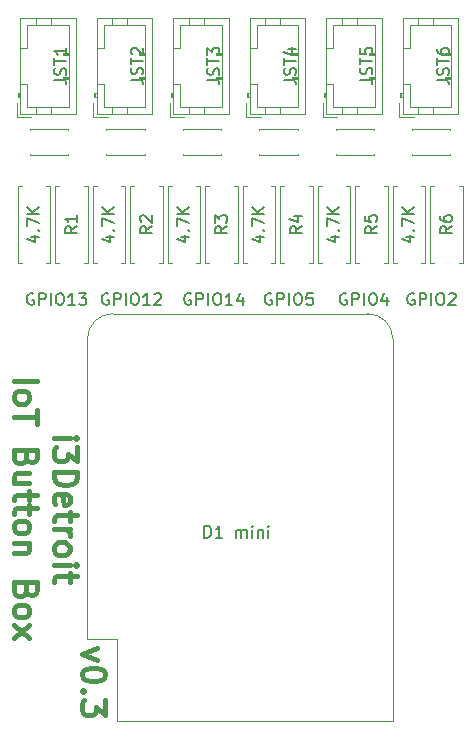
<source format=gbr>
%TF.GenerationSoftware,KiCad,Pcbnew,(5.1.9)-1*%
%TF.CreationDate,2021-04-24T19:22:00-04:00*%
%TF.ProjectId,button_box,62757474-6f6e-45f6-926f-782e6b696361,rev?*%
%TF.SameCoordinates,Original*%
%TF.FileFunction,Legend,Top*%
%TF.FilePolarity,Positive*%
%FSLAX46Y46*%
G04 Gerber Fmt 4.6, Leading zero omitted, Abs format (unit mm)*
G04 Created by KiCad (PCBNEW (5.1.9)-1) date 2021-04-24 19:22:00*
%MOMM*%
%LPD*%
G01*
G04 APERTURE LIST*
%ADD10C,0.400000*%
%ADD11C,0.150000*%
%ADD12C,0.120000*%
G04 APERTURE END LIST*
D10*
X112061571Y-128602857D02*
X110728238Y-129079047D01*
X112061571Y-129555238D01*
X112728238Y-130698095D02*
X112728238Y-130888571D01*
X112633000Y-131079047D01*
X112537761Y-131174285D01*
X112347285Y-131269523D01*
X111966333Y-131364761D01*
X111490142Y-131364761D01*
X111109190Y-131269523D01*
X110918714Y-131174285D01*
X110823476Y-131079047D01*
X110728238Y-130888571D01*
X110728238Y-130698095D01*
X110823476Y-130507619D01*
X110918714Y-130412380D01*
X111109190Y-130317142D01*
X111490142Y-130221904D01*
X111966333Y-130221904D01*
X112347285Y-130317142D01*
X112537761Y-130412380D01*
X112633000Y-130507619D01*
X112728238Y-130698095D01*
X110918714Y-132221904D02*
X110823476Y-132317142D01*
X110728238Y-132221904D01*
X110823476Y-132126666D01*
X110918714Y-132221904D01*
X110728238Y-132221904D01*
X112728238Y-132983809D02*
X112728238Y-134221904D01*
X111966333Y-133555238D01*
X111966333Y-133840952D01*
X111871095Y-134031428D01*
X111775857Y-134126666D01*
X111585380Y-134221904D01*
X111109190Y-134221904D01*
X110918714Y-134126666D01*
X110823476Y-134031428D01*
X110728238Y-133840952D01*
X110728238Y-133269523D01*
X110823476Y-133079047D01*
X110918714Y-132983809D01*
X108364238Y-110775619D02*
X109697571Y-110775619D01*
X110364238Y-110775619D02*
X110269000Y-110680380D01*
X110173761Y-110775619D01*
X110269000Y-110870857D01*
X110364238Y-110775619D01*
X110173761Y-110775619D01*
X110364238Y-111537523D02*
X110364238Y-112775619D01*
X109602333Y-112108952D01*
X109602333Y-112394666D01*
X109507095Y-112585142D01*
X109411857Y-112680380D01*
X109221380Y-112775619D01*
X108745190Y-112775619D01*
X108554714Y-112680380D01*
X108459476Y-112585142D01*
X108364238Y-112394666D01*
X108364238Y-111823238D01*
X108459476Y-111632761D01*
X108554714Y-111537523D01*
X108364238Y-113632761D02*
X110364238Y-113632761D01*
X110364238Y-114108952D01*
X110269000Y-114394666D01*
X110078523Y-114585142D01*
X109888047Y-114680380D01*
X109507095Y-114775619D01*
X109221380Y-114775619D01*
X108840428Y-114680380D01*
X108649952Y-114585142D01*
X108459476Y-114394666D01*
X108364238Y-114108952D01*
X108364238Y-113632761D01*
X108459476Y-116394666D02*
X108364238Y-116204190D01*
X108364238Y-115823238D01*
X108459476Y-115632761D01*
X108649952Y-115537523D01*
X109411857Y-115537523D01*
X109602333Y-115632761D01*
X109697571Y-115823238D01*
X109697571Y-116204190D01*
X109602333Y-116394666D01*
X109411857Y-116489904D01*
X109221380Y-116489904D01*
X109030904Y-115537523D01*
X109697571Y-117061333D02*
X109697571Y-117823238D01*
X110364238Y-117347047D02*
X108649952Y-117347047D01*
X108459476Y-117442285D01*
X108364238Y-117632761D01*
X108364238Y-117823238D01*
X108364238Y-118489904D02*
X109697571Y-118489904D01*
X109316619Y-118489904D02*
X109507095Y-118585142D01*
X109602333Y-118680380D01*
X109697571Y-118870857D01*
X109697571Y-119061333D01*
X108364238Y-120013714D02*
X108459476Y-119823238D01*
X108554714Y-119728000D01*
X108745190Y-119632761D01*
X109316619Y-119632761D01*
X109507095Y-119728000D01*
X109602333Y-119823238D01*
X109697571Y-120013714D01*
X109697571Y-120299428D01*
X109602333Y-120489904D01*
X109507095Y-120585142D01*
X109316619Y-120680380D01*
X108745190Y-120680380D01*
X108554714Y-120585142D01*
X108459476Y-120489904D01*
X108364238Y-120299428D01*
X108364238Y-120013714D01*
X108364238Y-121537523D02*
X109697571Y-121537523D01*
X110364238Y-121537523D02*
X110269000Y-121442285D01*
X110173761Y-121537523D01*
X110269000Y-121632761D01*
X110364238Y-121537523D01*
X110173761Y-121537523D01*
X109697571Y-122204190D02*
X109697571Y-122966095D01*
X110364238Y-122489904D02*
X108649952Y-122489904D01*
X108459476Y-122585142D01*
X108364238Y-122775619D01*
X108364238Y-122966095D01*
X104964238Y-105966095D02*
X106964238Y-105966095D01*
X104964238Y-107204190D02*
X105059476Y-107013714D01*
X105154714Y-106918476D01*
X105345190Y-106823238D01*
X105916619Y-106823238D01*
X106107095Y-106918476D01*
X106202333Y-107013714D01*
X106297571Y-107204190D01*
X106297571Y-107489904D01*
X106202333Y-107680380D01*
X106107095Y-107775619D01*
X105916619Y-107870857D01*
X105345190Y-107870857D01*
X105154714Y-107775619D01*
X105059476Y-107680380D01*
X104964238Y-107489904D01*
X104964238Y-107204190D01*
X106964238Y-108442285D02*
X106964238Y-109585142D01*
X104964238Y-109013714D02*
X106964238Y-109013714D01*
X106011857Y-112442285D02*
X105916619Y-112728000D01*
X105821380Y-112823238D01*
X105630904Y-112918476D01*
X105345190Y-112918476D01*
X105154714Y-112823238D01*
X105059476Y-112728000D01*
X104964238Y-112537523D01*
X104964238Y-111775619D01*
X106964238Y-111775619D01*
X106964238Y-112442285D01*
X106869000Y-112632761D01*
X106773761Y-112728000D01*
X106583285Y-112823238D01*
X106392809Y-112823238D01*
X106202333Y-112728000D01*
X106107095Y-112632761D01*
X106011857Y-112442285D01*
X106011857Y-111775619D01*
X106297571Y-114632761D02*
X104964238Y-114632761D01*
X106297571Y-113775619D02*
X105249952Y-113775619D01*
X105059476Y-113870857D01*
X104964238Y-114061333D01*
X104964238Y-114347047D01*
X105059476Y-114537523D01*
X105154714Y-114632761D01*
X106297571Y-115299428D02*
X106297571Y-116061333D01*
X106964238Y-115585142D02*
X105249952Y-115585142D01*
X105059476Y-115680380D01*
X104964238Y-115870857D01*
X104964238Y-116061333D01*
X106297571Y-116442285D02*
X106297571Y-117204190D01*
X106964238Y-116728000D02*
X105249952Y-116728000D01*
X105059476Y-116823238D01*
X104964238Y-117013714D01*
X104964238Y-117204190D01*
X104964238Y-118156571D02*
X105059476Y-117966095D01*
X105154714Y-117870857D01*
X105345190Y-117775619D01*
X105916619Y-117775619D01*
X106107095Y-117870857D01*
X106202333Y-117966095D01*
X106297571Y-118156571D01*
X106297571Y-118442285D01*
X106202333Y-118632761D01*
X106107095Y-118728000D01*
X105916619Y-118823238D01*
X105345190Y-118823238D01*
X105154714Y-118728000D01*
X105059476Y-118632761D01*
X104964238Y-118442285D01*
X104964238Y-118156571D01*
X106297571Y-119680380D02*
X104964238Y-119680380D01*
X106107095Y-119680380D02*
X106202333Y-119775619D01*
X106297571Y-119966095D01*
X106297571Y-120251809D01*
X106202333Y-120442285D01*
X106011857Y-120537523D01*
X104964238Y-120537523D01*
X106011857Y-123680380D02*
X105916619Y-123966095D01*
X105821380Y-124061333D01*
X105630904Y-124156571D01*
X105345190Y-124156571D01*
X105154714Y-124061333D01*
X105059476Y-123966095D01*
X104964238Y-123775619D01*
X104964238Y-123013714D01*
X106964238Y-123013714D01*
X106964238Y-123680380D01*
X106869000Y-123870857D01*
X106773761Y-123966095D01*
X106583285Y-124061333D01*
X106392809Y-124061333D01*
X106202333Y-123966095D01*
X106107095Y-123870857D01*
X106011857Y-123680380D01*
X106011857Y-123013714D01*
X104964238Y-125299428D02*
X105059476Y-125108952D01*
X105154714Y-125013714D01*
X105345190Y-124918476D01*
X105916619Y-124918476D01*
X106107095Y-125013714D01*
X106202333Y-125108952D01*
X106297571Y-125299428D01*
X106297571Y-125585142D01*
X106202333Y-125775619D01*
X106107095Y-125870857D01*
X105916619Y-125966095D01*
X105345190Y-125966095D01*
X105154714Y-125870857D01*
X105059476Y-125775619D01*
X104964238Y-125585142D01*
X104964238Y-125299428D01*
X104964238Y-126632761D02*
X106297571Y-127680380D01*
X106297571Y-126632761D02*
X104964238Y-127680380D01*
D11*
X106632619Y-98575000D02*
X106537380Y-98527380D01*
X106394523Y-98527380D01*
X106251666Y-98575000D01*
X106156428Y-98670238D01*
X106108809Y-98765476D01*
X106061190Y-98955952D01*
X106061190Y-99098809D01*
X106108809Y-99289285D01*
X106156428Y-99384523D01*
X106251666Y-99479761D01*
X106394523Y-99527380D01*
X106489761Y-99527380D01*
X106632619Y-99479761D01*
X106680238Y-99432142D01*
X106680238Y-99098809D01*
X106489761Y-99098809D01*
X107108809Y-99527380D02*
X107108809Y-98527380D01*
X107489761Y-98527380D01*
X107585000Y-98575000D01*
X107632619Y-98622619D01*
X107680238Y-98717857D01*
X107680238Y-98860714D01*
X107632619Y-98955952D01*
X107585000Y-99003571D01*
X107489761Y-99051190D01*
X107108809Y-99051190D01*
X108108809Y-99527380D02*
X108108809Y-98527380D01*
X108775476Y-98527380D02*
X108965952Y-98527380D01*
X109061190Y-98575000D01*
X109156428Y-98670238D01*
X109204047Y-98860714D01*
X109204047Y-99194047D01*
X109156428Y-99384523D01*
X109061190Y-99479761D01*
X108965952Y-99527380D01*
X108775476Y-99527380D01*
X108680238Y-99479761D01*
X108585000Y-99384523D01*
X108537380Y-99194047D01*
X108537380Y-98860714D01*
X108585000Y-98670238D01*
X108680238Y-98575000D01*
X108775476Y-98527380D01*
X110156428Y-99527380D02*
X109585000Y-99527380D01*
X109870714Y-99527380D02*
X109870714Y-98527380D01*
X109775476Y-98670238D01*
X109680238Y-98765476D01*
X109585000Y-98813095D01*
X110489761Y-98527380D02*
X111108809Y-98527380D01*
X110775476Y-98908333D01*
X110918333Y-98908333D01*
X111013571Y-98955952D01*
X111061190Y-99003571D01*
X111108809Y-99098809D01*
X111108809Y-99336904D01*
X111061190Y-99432142D01*
X111013571Y-99479761D01*
X110918333Y-99527380D01*
X110632619Y-99527380D01*
X110537380Y-99479761D01*
X110489761Y-99432142D01*
X112982619Y-98575000D02*
X112887380Y-98527380D01*
X112744523Y-98527380D01*
X112601666Y-98575000D01*
X112506428Y-98670238D01*
X112458809Y-98765476D01*
X112411190Y-98955952D01*
X112411190Y-99098809D01*
X112458809Y-99289285D01*
X112506428Y-99384523D01*
X112601666Y-99479761D01*
X112744523Y-99527380D01*
X112839761Y-99527380D01*
X112982619Y-99479761D01*
X113030238Y-99432142D01*
X113030238Y-99098809D01*
X112839761Y-99098809D01*
X113458809Y-99527380D02*
X113458809Y-98527380D01*
X113839761Y-98527380D01*
X113935000Y-98575000D01*
X113982619Y-98622619D01*
X114030238Y-98717857D01*
X114030238Y-98860714D01*
X113982619Y-98955952D01*
X113935000Y-99003571D01*
X113839761Y-99051190D01*
X113458809Y-99051190D01*
X114458809Y-99527380D02*
X114458809Y-98527380D01*
X115125476Y-98527380D02*
X115315952Y-98527380D01*
X115411190Y-98575000D01*
X115506428Y-98670238D01*
X115554047Y-98860714D01*
X115554047Y-99194047D01*
X115506428Y-99384523D01*
X115411190Y-99479761D01*
X115315952Y-99527380D01*
X115125476Y-99527380D01*
X115030238Y-99479761D01*
X114935000Y-99384523D01*
X114887380Y-99194047D01*
X114887380Y-98860714D01*
X114935000Y-98670238D01*
X115030238Y-98575000D01*
X115125476Y-98527380D01*
X116506428Y-99527380D02*
X115935000Y-99527380D01*
X116220714Y-99527380D02*
X116220714Y-98527380D01*
X116125476Y-98670238D01*
X116030238Y-98765476D01*
X115935000Y-98813095D01*
X116887380Y-98622619D02*
X116935000Y-98575000D01*
X117030238Y-98527380D01*
X117268333Y-98527380D01*
X117363571Y-98575000D01*
X117411190Y-98622619D01*
X117458809Y-98717857D01*
X117458809Y-98813095D01*
X117411190Y-98955952D01*
X116839761Y-99527380D01*
X117458809Y-99527380D01*
X119967619Y-98575000D02*
X119872380Y-98527380D01*
X119729523Y-98527380D01*
X119586666Y-98575000D01*
X119491428Y-98670238D01*
X119443809Y-98765476D01*
X119396190Y-98955952D01*
X119396190Y-99098809D01*
X119443809Y-99289285D01*
X119491428Y-99384523D01*
X119586666Y-99479761D01*
X119729523Y-99527380D01*
X119824761Y-99527380D01*
X119967619Y-99479761D01*
X120015238Y-99432142D01*
X120015238Y-99098809D01*
X119824761Y-99098809D01*
X120443809Y-99527380D02*
X120443809Y-98527380D01*
X120824761Y-98527380D01*
X120920000Y-98575000D01*
X120967619Y-98622619D01*
X121015238Y-98717857D01*
X121015238Y-98860714D01*
X120967619Y-98955952D01*
X120920000Y-99003571D01*
X120824761Y-99051190D01*
X120443809Y-99051190D01*
X121443809Y-99527380D02*
X121443809Y-98527380D01*
X122110476Y-98527380D02*
X122300952Y-98527380D01*
X122396190Y-98575000D01*
X122491428Y-98670238D01*
X122539047Y-98860714D01*
X122539047Y-99194047D01*
X122491428Y-99384523D01*
X122396190Y-99479761D01*
X122300952Y-99527380D01*
X122110476Y-99527380D01*
X122015238Y-99479761D01*
X121920000Y-99384523D01*
X121872380Y-99194047D01*
X121872380Y-98860714D01*
X121920000Y-98670238D01*
X122015238Y-98575000D01*
X122110476Y-98527380D01*
X123491428Y-99527380D02*
X122920000Y-99527380D01*
X123205714Y-99527380D02*
X123205714Y-98527380D01*
X123110476Y-98670238D01*
X123015238Y-98765476D01*
X122920000Y-98813095D01*
X124348571Y-98860714D02*
X124348571Y-99527380D01*
X124110476Y-98479761D02*
X123872380Y-99194047D01*
X124491428Y-99194047D01*
X126793809Y-98575000D02*
X126698571Y-98527380D01*
X126555714Y-98527380D01*
X126412857Y-98575000D01*
X126317619Y-98670238D01*
X126270000Y-98765476D01*
X126222380Y-98955952D01*
X126222380Y-99098809D01*
X126270000Y-99289285D01*
X126317619Y-99384523D01*
X126412857Y-99479761D01*
X126555714Y-99527380D01*
X126650952Y-99527380D01*
X126793809Y-99479761D01*
X126841428Y-99432142D01*
X126841428Y-99098809D01*
X126650952Y-99098809D01*
X127270000Y-99527380D02*
X127270000Y-98527380D01*
X127650952Y-98527380D01*
X127746190Y-98575000D01*
X127793809Y-98622619D01*
X127841428Y-98717857D01*
X127841428Y-98860714D01*
X127793809Y-98955952D01*
X127746190Y-99003571D01*
X127650952Y-99051190D01*
X127270000Y-99051190D01*
X128270000Y-99527380D02*
X128270000Y-98527380D01*
X128936666Y-98527380D02*
X129127142Y-98527380D01*
X129222380Y-98575000D01*
X129317619Y-98670238D01*
X129365238Y-98860714D01*
X129365238Y-99194047D01*
X129317619Y-99384523D01*
X129222380Y-99479761D01*
X129127142Y-99527380D01*
X128936666Y-99527380D01*
X128841428Y-99479761D01*
X128746190Y-99384523D01*
X128698571Y-99194047D01*
X128698571Y-98860714D01*
X128746190Y-98670238D01*
X128841428Y-98575000D01*
X128936666Y-98527380D01*
X130270000Y-98527380D02*
X129793809Y-98527380D01*
X129746190Y-99003571D01*
X129793809Y-98955952D01*
X129889047Y-98908333D01*
X130127142Y-98908333D01*
X130222380Y-98955952D01*
X130270000Y-99003571D01*
X130317619Y-99098809D01*
X130317619Y-99336904D01*
X130270000Y-99432142D01*
X130222380Y-99479761D01*
X130127142Y-99527380D01*
X129889047Y-99527380D01*
X129793809Y-99479761D01*
X129746190Y-99432142D01*
X133143809Y-98575000D02*
X133048571Y-98527380D01*
X132905714Y-98527380D01*
X132762857Y-98575000D01*
X132667619Y-98670238D01*
X132620000Y-98765476D01*
X132572380Y-98955952D01*
X132572380Y-99098809D01*
X132620000Y-99289285D01*
X132667619Y-99384523D01*
X132762857Y-99479761D01*
X132905714Y-99527380D01*
X133000952Y-99527380D01*
X133143809Y-99479761D01*
X133191428Y-99432142D01*
X133191428Y-99098809D01*
X133000952Y-99098809D01*
X133620000Y-99527380D02*
X133620000Y-98527380D01*
X134000952Y-98527380D01*
X134096190Y-98575000D01*
X134143809Y-98622619D01*
X134191428Y-98717857D01*
X134191428Y-98860714D01*
X134143809Y-98955952D01*
X134096190Y-99003571D01*
X134000952Y-99051190D01*
X133620000Y-99051190D01*
X134620000Y-99527380D02*
X134620000Y-98527380D01*
X135286666Y-98527380D02*
X135477142Y-98527380D01*
X135572380Y-98575000D01*
X135667619Y-98670238D01*
X135715238Y-98860714D01*
X135715238Y-99194047D01*
X135667619Y-99384523D01*
X135572380Y-99479761D01*
X135477142Y-99527380D01*
X135286666Y-99527380D01*
X135191428Y-99479761D01*
X135096190Y-99384523D01*
X135048571Y-99194047D01*
X135048571Y-98860714D01*
X135096190Y-98670238D01*
X135191428Y-98575000D01*
X135286666Y-98527380D01*
X136572380Y-98860714D02*
X136572380Y-99527380D01*
X136334285Y-98479761D02*
X136096190Y-99194047D01*
X136715238Y-99194047D01*
X138858809Y-98575000D02*
X138763571Y-98527380D01*
X138620714Y-98527380D01*
X138477857Y-98575000D01*
X138382619Y-98670238D01*
X138335000Y-98765476D01*
X138287380Y-98955952D01*
X138287380Y-99098809D01*
X138335000Y-99289285D01*
X138382619Y-99384523D01*
X138477857Y-99479761D01*
X138620714Y-99527380D01*
X138715952Y-99527380D01*
X138858809Y-99479761D01*
X138906428Y-99432142D01*
X138906428Y-99098809D01*
X138715952Y-99098809D01*
X139335000Y-99527380D02*
X139335000Y-98527380D01*
X139715952Y-98527380D01*
X139811190Y-98575000D01*
X139858809Y-98622619D01*
X139906428Y-98717857D01*
X139906428Y-98860714D01*
X139858809Y-98955952D01*
X139811190Y-99003571D01*
X139715952Y-99051190D01*
X139335000Y-99051190D01*
X140335000Y-99527380D02*
X140335000Y-98527380D01*
X141001666Y-98527380D02*
X141192142Y-98527380D01*
X141287380Y-98575000D01*
X141382619Y-98670238D01*
X141430238Y-98860714D01*
X141430238Y-99194047D01*
X141382619Y-99384523D01*
X141287380Y-99479761D01*
X141192142Y-99527380D01*
X141001666Y-99527380D01*
X140906428Y-99479761D01*
X140811190Y-99384523D01*
X140763571Y-99194047D01*
X140763571Y-98860714D01*
X140811190Y-98670238D01*
X140906428Y-98575000D01*
X141001666Y-98527380D01*
X141811190Y-98622619D02*
X141858809Y-98575000D01*
X141954047Y-98527380D01*
X142192142Y-98527380D01*
X142287380Y-98575000D01*
X142335000Y-98622619D01*
X142382619Y-98717857D01*
X142382619Y-98813095D01*
X142335000Y-98955952D01*
X141763571Y-99527380D01*
X142382619Y-99527380D01*
X121110714Y-119212380D02*
X121110714Y-118212380D01*
X121348809Y-118212380D01*
X121491666Y-118260000D01*
X121586904Y-118355238D01*
X121634523Y-118450476D01*
X121682142Y-118640952D01*
X121682142Y-118783809D01*
X121634523Y-118974285D01*
X121586904Y-119069523D01*
X121491666Y-119164761D01*
X121348809Y-119212380D01*
X121110714Y-119212380D01*
X122634523Y-119212380D02*
X122063095Y-119212380D01*
X122348809Y-119212380D02*
X122348809Y-118212380D01*
X122253571Y-118355238D01*
X122158333Y-118450476D01*
X122063095Y-118498095D01*
X123825000Y-119212380D02*
X123825000Y-118545714D01*
X123825000Y-118640952D02*
X123872619Y-118593333D01*
X123967857Y-118545714D01*
X124110714Y-118545714D01*
X124205952Y-118593333D01*
X124253571Y-118688571D01*
X124253571Y-119212380D01*
X124253571Y-118688571D02*
X124301190Y-118593333D01*
X124396428Y-118545714D01*
X124539285Y-118545714D01*
X124634523Y-118593333D01*
X124682142Y-118688571D01*
X124682142Y-119212380D01*
X125158333Y-119212380D02*
X125158333Y-118545714D01*
X125158333Y-118212380D02*
X125110714Y-118260000D01*
X125158333Y-118307619D01*
X125205952Y-118260000D01*
X125158333Y-118212380D01*
X125158333Y-118307619D01*
X125634523Y-118545714D02*
X125634523Y-119212380D01*
X125634523Y-118640952D02*
X125682142Y-118593333D01*
X125777380Y-118545714D01*
X125920238Y-118545714D01*
X126015476Y-118593333D01*
X126063095Y-118688571D01*
X126063095Y-119212380D01*
X126539285Y-119212380D02*
X126539285Y-118545714D01*
X126539285Y-118212380D02*
X126491666Y-118260000D01*
X126539285Y-118307619D01*
X126586904Y-118260000D01*
X126539285Y-118212380D01*
X126539285Y-118307619D01*
D12*
%TO.C,U1*%
X113750000Y-134720000D02*
X137070000Y-134720000D01*
X111210000Y-127820000D02*
X111210000Y-102390000D01*
X137070000Y-134720000D02*
X137070000Y-102390000D01*
X134950000Y-100260000D02*
X113340000Y-100260000D01*
X111210000Y-127820000D02*
X113750000Y-127820000D01*
X113750000Y-127820000D02*
X113750000Y-134720000D01*
X111210000Y-102390000D02*
G75*
G02*
X113340000Y-100260000I2130000J0D01*
G01*
X134940000Y-100260000D02*
G75*
G02*
X137070000Y-102390000I0J-2130000D01*
G01*
%TO.C,R3*%
X123925000Y-89440000D02*
X123595000Y-89440000D01*
X123925000Y-95980000D02*
X123925000Y-89440000D01*
X123595000Y-95980000D02*
X123925000Y-95980000D01*
X121185000Y-89440000D02*
X121515000Y-89440000D01*
X121185000Y-95980000D02*
X121185000Y-89440000D01*
X121515000Y-95980000D02*
X121185000Y-95980000D01*
%TO.C,C1*%
X106350000Y-84605000D02*
X109590000Y-84605000D01*
X106350000Y-86845000D02*
X109590000Y-86845000D01*
X106350000Y-84605000D02*
X106350000Y-84670000D01*
X106350000Y-86780000D02*
X106350000Y-86845000D01*
X109590000Y-84605000D02*
X109590000Y-84670000D01*
X109590000Y-86780000D02*
X109590000Y-86845000D01*
%TO.C,C2*%
X116059000Y-86780000D02*
X116059000Y-86845000D01*
X116059000Y-84605000D02*
X116059000Y-84670000D01*
X112819000Y-86780000D02*
X112819000Y-86845000D01*
X112819000Y-84605000D02*
X112819000Y-84670000D01*
X112819000Y-86845000D02*
X116059000Y-86845000D01*
X112819000Y-84605000D02*
X116059000Y-84605000D01*
%TO.C,C3*%
X122528000Y-86780000D02*
X122528000Y-86845000D01*
X122528000Y-84605000D02*
X122528000Y-84670000D01*
X119288000Y-86780000D02*
X119288000Y-86845000D01*
X119288000Y-84605000D02*
X119288000Y-84670000D01*
X119288000Y-86845000D02*
X122528000Y-86845000D01*
X119288000Y-84605000D02*
X122528000Y-84605000D01*
%TO.C,C4*%
X125757000Y-84605000D02*
X128997000Y-84605000D01*
X125757000Y-86845000D02*
X128997000Y-86845000D01*
X125757000Y-84605000D02*
X125757000Y-84670000D01*
X125757000Y-86780000D02*
X125757000Y-86845000D01*
X128997000Y-84605000D02*
X128997000Y-84670000D01*
X128997000Y-86780000D02*
X128997000Y-86845000D01*
%TO.C,C5*%
X135466000Y-86780000D02*
X135466000Y-86845000D01*
X135466000Y-84605000D02*
X135466000Y-84670000D01*
X132226000Y-86780000D02*
X132226000Y-86845000D01*
X132226000Y-84605000D02*
X132226000Y-84670000D01*
X132226000Y-86845000D02*
X135466000Y-86845000D01*
X132226000Y-84605000D02*
X135466000Y-84605000D01*
%TO.C,C6*%
X138695000Y-84605000D02*
X141935000Y-84605000D01*
X138695000Y-86845000D02*
X141935000Y-86845000D01*
X138695000Y-84605000D02*
X138695000Y-84670000D01*
X138695000Y-86780000D02*
X138695000Y-86845000D01*
X141935000Y-84605000D02*
X141935000Y-84670000D01*
X141935000Y-86780000D02*
X141935000Y-86845000D01*
%TO.C,JST6*%
X137590000Y-83640000D02*
X138840000Y-83640000D01*
X137590000Y-82390000D02*
X137590000Y-83640000D01*
X142000000Y-78280000D02*
X141500000Y-78280000D01*
X141500000Y-78180000D02*
X142000000Y-78180000D01*
X141500000Y-78380000D02*
X141500000Y-78180000D01*
X142000000Y-78380000D02*
X141500000Y-78380000D01*
X142000000Y-80280000D02*
X141500000Y-80280000D01*
X141500000Y-80180000D02*
X142000000Y-80180000D01*
X141500000Y-80380000D02*
X141500000Y-80180000D01*
X142000000Y-80380000D02*
X141500000Y-80380000D01*
X140500000Y-75220000D02*
X140500000Y-75830000D01*
X139200000Y-75220000D02*
X139200000Y-75830000D01*
X140500000Y-83340000D02*
X140500000Y-82730000D01*
X139200000Y-83340000D02*
X139200000Y-82730000D01*
X138500000Y-77780000D02*
X137890000Y-77780000D01*
X138500000Y-75830000D02*
X138500000Y-77780000D01*
X142000000Y-75830000D02*
X138500000Y-75830000D01*
X142000000Y-82730000D02*
X142000000Y-75830000D01*
X138500000Y-82730000D02*
X142000000Y-82730000D01*
X138500000Y-80780000D02*
X138500000Y-82730000D01*
X137890000Y-80780000D02*
X138500000Y-80780000D01*
X137790000Y-81580000D02*
X137790000Y-81880000D01*
X137690000Y-81880000D02*
X137890000Y-81880000D01*
X137690000Y-81580000D02*
X137690000Y-81880000D01*
X137890000Y-81580000D02*
X137690000Y-81580000D01*
X137890000Y-75220000D02*
X137890000Y-83340000D01*
X142610000Y-75220000D02*
X137890000Y-75220000D01*
X142610000Y-83340000D02*
X142610000Y-75220000D01*
X137890000Y-83340000D02*
X142610000Y-83340000D01*
%TO.C,JST5*%
X131413000Y-83340000D02*
X136133000Y-83340000D01*
X136133000Y-83340000D02*
X136133000Y-75220000D01*
X136133000Y-75220000D02*
X131413000Y-75220000D01*
X131413000Y-75220000D02*
X131413000Y-83340000D01*
X131413000Y-81580000D02*
X131213000Y-81580000D01*
X131213000Y-81580000D02*
X131213000Y-81880000D01*
X131213000Y-81880000D02*
X131413000Y-81880000D01*
X131313000Y-81580000D02*
X131313000Y-81880000D01*
X131413000Y-80780000D02*
X132023000Y-80780000D01*
X132023000Y-80780000D02*
X132023000Y-82730000D01*
X132023000Y-82730000D02*
X135523000Y-82730000D01*
X135523000Y-82730000D02*
X135523000Y-75830000D01*
X135523000Y-75830000D02*
X132023000Y-75830000D01*
X132023000Y-75830000D02*
X132023000Y-77780000D01*
X132023000Y-77780000D02*
X131413000Y-77780000D01*
X132723000Y-83340000D02*
X132723000Y-82730000D01*
X134023000Y-83340000D02*
X134023000Y-82730000D01*
X132723000Y-75220000D02*
X132723000Y-75830000D01*
X134023000Y-75220000D02*
X134023000Y-75830000D01*
X135523000Y-80380000D02*
X135023000Y-80380000D01*
X135023000Y-80380000D02*
X135023000Y-80180000D01*
X135023000Y-80180000D02*
X135523000Y-80180000D01*
X135523000Y-80280000D02*
X135023000Y-80280000D01*
X135523000Y-78380000D02*
X135023000Y-78380000D01*
X135023000Y-78380000D02*
X135023000Y-78180000D01*
X135023000Y-78180000D02*
X135523000Y-78180000D01*
X135523000Y-78280000D02*
X135023000Y-78280000D01*
X131113000Y-82390000D02*
X131113000Y-83640000D01*
X131113000Y-83640000D02*
X132363000Y-83640000D01*
%TO.C,JST4*%
X124636000Y-83640000D02*
X125886000Y-83640000D01*
X124636000Y-82390000D02*
X124636000Y-83640000D01*
X129046000Y-78280000D02*
X128546000Y-78280000D01*
X128546000Y-78180000D02*
X129046000Y-78180000D01*
X128546000Y-78380000D02*
X128546000Y-78180000D01*
X129046000Y-78380000D02*
X128546000Y-78380000D01*
X129046000Y-80280000D02*
X128546000Y-80280000D01*
X128546000Y-80180000D02*
X129046000Y-80180000D01*
X128546000Y-80380000D02*
X128546000Y-80180000D01*
X129046000Y-80380000D02*
X128546000Y-80380000D01*
X127546000Y-75220000D02*
X127546000Y-75830000D01*
X126246000Y-75220000D02*
X126246000Y-75830000D01*
X127546000Y-83340000D02*
X127546000Y-82730000D01*
X126246000Y-83340000D02*
X126246000Y-82730000D01*
X125546000Y-77780000D02*
X124936000Y-77780000D01*
X125546000Y-75830000D02*
X125546000Y-77780000D01*
X129046000Y-75830000D02*
X125546000Y-75830000D01*
X129046000Y-82730000D02*
X129046000Y-75830000D01*
X125546000Y-82730000D02*
X129046000Y-82730000D01*
X125546000Y-80780000D02*
X125546000Y-82730000D01*
X124936000Y-80780000D02*
X125546000Y-80780000D01*
X124836000Y-81580000D02*
X124836000Y-81880000D01*
X124736000Y-81880000D02*
X124936000Y-81880000D01*
X124736000Y-81580000D02*
X124736000Y-81880000D01*
X124936000Y-81580000D02*
X124736000Y-81580000D01*
X124936000Y-75220000D02*
X124936000Y-83340000D01*
X129656000Y-75220000D02*
X124936000Y-75220000D01*
X129656000Y-83340000D02*
X129656000Y-75220000D01*
X124936000Y-83340000D02*
X129656000Y-83340000D01*
%TO.C,JST3*%
X118459000Y-83340000D02*
X123179000Y-83340000D01*
X123179000Y-83340000D02*
X123179000Y-75220000D01*
X123179000Y-75220000D02*
X118459000Y-75220000D01*
X118459000Y-75220000D02*
X118459000Y-83340000D01*
X118459000Y-81580000D02*
X118259000Y-81580000D01*
X118259000Y-81580000D02*
X118259000Y-81880000D01*
X118259000Y-81880000D02*
X118459000Y-81880000D01*
X118359000Y-81580000D02*
X118359000Y-81880000D01*
X118459000Y-80780000D02*
X119069000Y-80780000D01*
X119069000Y-80780000D02*
X119069000Y-82730000D01*
X119069000Y-82730000D02*
X122569000Y-82730000D01*
X122569000Y-82730000D02*
X122569000Y-75830000D01*
X122569000Y-75830000D02*
X119069000Y-75830000D01*
X119069000Y-75830000D02*
X119069000Y-77780000D01*
X119069000Y-77780000D02*
X118459000Y-77780000D01*
X119769000Y-83340000D02*
X119769000Y-82730000D01*
X121069000Y-83340000D02*
X121069000Y-82730000D01*
X119769000Y-75220000D02*
X119769000Y-75830000D01*
X121069000Y-75220000D02*
X121069000Y-75830000D01*
X122569000Y-80380000D02*
X122069000Y-80380000D01*
X122069000Y-80380000D02*
X122069000Y-80180000D01*
X122069000Y-80180000D02*
X122569000Y-80180000D01*
X122569000Y-80280000D02*
X122069000Y-80280000D01*
X122569000Y-78380000D02*
X122069000Y-78380000D01*
X122069000Y-78380000D02*
X122069000Y-78180000D01*
X122069000Y-78180000D02*
X122569000Y-78180000D01*
X122569000Y-78280000D02*
X122069000Y-78280000D01*
X118159000Y-82390000D02*
X118159000Y-83640000D01*
X118159000Y-83640000D02*
X119409000Y-83640000D01*
%TO.C,JST2*%
X111682000Y-83640000D02*
X112932000Y-83640000D01*
X111682000Y-82390000D02*
X111682000Y-83640000D01*
X116092000Y-78280000D02*
X115592000Y-78280000D01*
X115592000Y-78180000D02*
X116092000Y-78180000D01*
X115592000Y-78380000D02*
X115592000Y-78180000D01*
X116092000Y-78380000D02*
X115592000Y-78380000D01*
X116092000Y-80280000D02*
X115592000Y-80280000D01*
X115592000Y-80180000D02*
X116092000Y-80180000D01*
X115592000Y-80380000D02*
X115592000Y-80180000D01*
X116092000Y-80380000D02*
X115592000Y-80380000D01*
X114592000Y-75220000D02*
X114592000Y-75830000D01*
X113292000Y-75220000D02*
X113292000Y-75830000D01*
X114592000Y-83340000D02*
X114592000Y-82730000D01*
X113292000Y-83340000D02*
X113292000Y-82730000D01*
X112592000Y-77780000D02*
X111982000Y-77780000D01*
X112592000Y-75830000D02*
X112592000Y-77780000D01*
X116092000Y-75830000D02*
X112592000Y-75830000D01*
X116092000Y-82730000D02*
X116092000Y-75830000D01*
X112592000Y-82730000D02*
X116092000Y-82730000D01*
X112592000Y-80780000D02*
X112592000Y-82730000D01*
X111982000Y-80780000D02*
X112592000Y-80780000D01*
X111882000Y-81580000D02*
X111882000Y-81880000D01*
X111782000Y-81880000D02*
X111982000Y-81880000D01*
X111782000Y-81580000D02*
X111782000Y-81880000D01*
X111982000Y-81580000D02*
X111782000Y-81580000D01*
X111982000Y-75220000D02*
X111982000Y-83340000D01*
X116702000Y-75220000D02*
X111982000Y-75220000D01*
X116702000Y-83340000D02*
X116702000Y-75220000D01*
X111982000Y-83340000D02*
X116702000Y-83340000D01*
%TO.C,JST1*%
X105205000Y-83640000D02*
X106455000Y-83640000D01*
X105205000Y-82390000D02*
X105205000Y-83640000D01*
X109615000Y-78280000D02*
X109115000Y-78280000D01*
X109115000Y-78180000D02*
X109615000Y-78180000D01*
X109115000Y-78380000D02*
X109115000Y-78180000D01*
X109615000Y-78380000D02*
X109115000Y-78380000D01*
X109615000Y-80280000D02*
X109115000Y-80280000D01*
X109115000Y-80180000D02*
X109615000Y-80180000D01*
X109115000Y-80380000D02*
X109115000Y-80180000D01*
X109615000Y-80380000D02*
X109115000Y-80380000D01*
X108115000Y-75220000D02*
X108115000Y-75830000D01*
X106815000Y-75220000D02*
X106815000Y-75830000D01*
X108115000Y-83340000D02*
X108115000Y-82730000D01*
X106815000Y-83340000D02*
X106815000Y-82730000D01*
X106115000Y-77780000D02*
X105505000Y-77780000D01*
X106115000Y-75830000D02*
X106115000Y-77780000D01*
X109615000Y-75830000D02*
X106115000Y-75830000D01*
X109615000Y-82730000D02*
X109615000Y-75830000D01*
X106115000Y-82730000D02*
X109615000Y-82730000D01*
X106115000Y-80780000D02*
X106115000Y-82730000D01*
X105505000Y-80780000D02*
X106115000Y-80780000D01*
X105405000Y-81580000D02*
X105405000Y-81880000D01*
X105305000Y-81880000D02*
X105505000Y-81880000D01*
X105305000Y-81580000D02*
X105305000Y-81880000D01*
X105505000Y-81580000D02*
X105305000Y-81580000D01*
X105505000Y-75220000D02*
X105505000Y-83340000D01*
X110225000Y-75220000D02*
X105505000Y-75220000D01*
X110225000Y-83340000D02*
X110225000Y-75220000D01*
X105505000Y-83340000D02*
X110225000Y-83340000D01*
%TO.C,R1*%
X111225000Y-89440000D02*
X110895000Y-89440000D01*
X111225000Y-95980000D02*
X111225000Y-89440000D01*
X110895000Y-95980000D02*
X111225000Y-95980000D01*
X108485000Y-89440000D02*
X108815000Y-89440000D01*
X108485000Y-95980000D02*
X108485000Y-89440000D01*
X108815000Y-95980000D02*
X108485000Y-95980000D01*
%TO.C,R2*%
X115165000Y-95980000D02*
X114835000Y-95980000D01*
X114835000Y-95980000D02*
X114835000Y-89440000D01*
X114835000Y-89440000D02*
X115165000Y-89440000D01*
X117245000Y-95980000D02*
X117575000Y-95980000D01*
X117575000Y-95980000D02*
X117575000Y-89440000D01*
X117575000Y-89440000D02*
X117245000Y-89440000D01*
%TO.C,R4*%
X127865000Y-95980000D02*
X127535000Y-95980000D01*
X127535000Y-95980000D02*
X127535000Y-89440000D01*
X127535000Y-89440000D02*
X127865000Y-89440000D01*
X129945000Y-95980000D02*
X130275000Y-95980000D01*
X130275000Y-95980000D02*
X130275000Y-89440000D01*
X130275000Y-89440000D02*
X129945000Y-89440000D01*
%TO.C,R5*%
X136625000Y-89440000D02*
X136295000Y-89440000D01*
X136625000Y-95980000D02*
X136625000Y-89440000D01*
X136295000Y-95980000D02*
X136625000Y-95980000D01*
X133885000Y-89440000D02*
X134215000Y-89440000D01*
X133885000Y-95980000D02*
X133885000Y-89440000D01*
X134215000Y-95980000D02*
X133885000Y-95980000D01*
%TO.C,R6*%
X140565000Y-95980000D02*
X140235000Y-95980000D01*
X140235000Y-95980000D02*
X140235000Y-89440000D01*
X140235000Y-89440000D02*
X140565000Y-89440000D01*
X142645000Y-95980000D02*
X142975000Y-95980000D01*
X142975000Y-95980000D02*
X142975000Y-89440000D01*
X142975000Y-89440000D02*
X142645000Y-89440000D01*
%TO.C,4.7K*%
X105310000Y-95980000D02*
X105640000Y-95980000D01*
X105310000Y-89440000D02*
X105310000Y-95980000D01*
X105640000Y-89440000D02*
X105310000Y-89440000D01*
X108050000Y-95980000D02*
X107720000Y-95980000D01*
X108050000Y-89440000D02*
X108050000Y-95980000D01*
X107720000Y-89440000D02*
X108050000Y-89440000D01*
X114070000Y-89440000D02*
X114400000Y-89440000D01*
X114400000Y-89440000D02*
X114400000Y-95980000D01*
X114400000Y-95980000D02*
X114070000Y-95980000D01*
X111990000Y-89440000D02*
X111660000Y-89440000D01*
X111660000Y-89440000D02*
X111660000Y-95980000D01*
X111660000Y-95980000D02*
X111990000Y-95980000D01*
X118010000Y-95980000D02*
X118340000Y-95980000D01*
X118010000Y-89440000D02*
X118010000Y-95980000D01*
X118340000Y-89440000D02*
X118010000Y-89440000D01*
X120750000Y-95980000D02*
X120420000Y-95980000D01*
X120750000Y-89440000D02*
X120750000Y-95980000D01*
X120420000Y-89440000D02*
X120750000Y-89440000D01*
X126770000Y-89440000D02*
X127100000Y-89440000D01*
X127100000Y-89440000D02*
X127100000Y-95980000D01*
X127100000Y-95980000D02*
X126770000Y-95980000D01*
X124690000Y-89440000D02*
X124360000Y-89440000D01*
X124360000Y-89440000D02*
X124360000Y-95980000D01*
X124360000Y-95980000D02*
X124690000Y-95980000D01*
X130710000Y-95980000D02*
X131040000Y-95980000D01*
X130710000Y-89440000D02*
X130710000Y-95980000D01*
X131040000Y-89440000D02*
X130710000Y-89440000D01*
X133450000Y-95980000D02*
X133120000Y-95980000D01*
X133450000Y-89440000D02*
X133450000Y-95980000D01*
X133120000Y-89440000D02*
X133450000Y-89440000D01*
X139470000Y-89440000D02*
X139800000Y-89440000D01*
X139800000Y-89440000D02*
X139800000Y-95980000D01*
X139800000Y-95980000D02*
X139470000Y-95980000D01*
X137390000Y-89440000D02*
X137060000Y-89440000D01*
X137060000Y-89440000D02*
X137060000Y-95980000D01*
X137060000Y-95980000D02*
X137390000Y-95980000D01*
%TO.C,R3*%
D11*
X123007380Y-92876666D02*
X122531190Y-93210000D01*
X123007380Y-93448095D02*
X122007380Y-93448095D01*
X122007380Y-93067142D01*
X122055000Y-92971904D01*
X122102619Y-92924285D01*
X122197857Y-92876666D01*
X122340714Y-92876666D01*
X122435952Y-92924285D01*
X122483571Y-92971904D01*
X122531190Y-93067142D01*
X122531190Y-93448095D01*
X122007380Y-92543333D02*
X122007380Y-91924285D01*
X122388333Y-92257619D01*
X122388333Y-92114761D01*
X122435952Y-92019523D01*
X122483571Y-91971904D01*
X122578809Y-91924285D01*
X122816904Y-91924285D01*
X122912142Y-91971904D01*
X122959761Y-92019523D01*
X123007380Y-92114761D01*
X123007380Y-92400476D01*
X122959761Y-92495714D01*
X122912142Y-92543333D01*
%TO.C,JST6*%
X140803380Y-80470476D02*
X141517666Y-80470476D01*
X141660523Y-80518095D01*
X141755761Y-80613333D01*
X141803380Y-80756190D01*
X141803380Y-80851428D01*
X141755761Y-80041904D02*
X141803380Y-79899047D01*
X141803380Y-79660952D01*
X141755761Y-79565714D01*
X141708142Y-79518095D01*
X141612904Y-79470476D01*
X141517666Y-79470476D01*
X141422428Y-79518095D01*
X141374809Y-79565714D01*
X141327190Y-79660952D01*
X141279571Y-79851428D01*
X141231952Y-79946666D01*
X141184333Y-79994285D01*
X141089095Y-80041904D01*
X140993857Y-80041904D01*
X140898619Y-79994285D01*
X140851000Y-79946666D01*
X140803380Y-79851428D01*
X140803380Y-79613333D01*
X140851000Y-79470476D01*
X140803380Y-79184761D02*
X140803380Y-78613333D01*
X141803380Y-78899047D02*
X140803380Y-78899047D01*
X140803380Y-77851428D02*
X140803380Y-78041904D01*
X140851000Y-78137142D01*
X140898619Y-78184761D01*
X141041476Y-78280000D01*
X141231952Y-78327619D01*
X141612904Y-78327619D01*
X141708142Y-78280000D01*
X141755761Y-78232380D01*
X141803380Y-78137142D01*
X141803380Y-77946666D01*
X141755761Y-77851428D01*
X141708142Y-77803809D01*
X141612904Y-77756190D01*
X141374809Y-77756190D01*
X141279571Y-77803809D01*
X141231952Y-77851428D01*
X141184333Y-77946666D01*
X141184333Y-78137142D01*
X141231952Y-78232380D01*
X141279571Y-78280000D01*
X141374809Y-78327619D01*
%TO.C,JST5*%
X134326380Y-80438476D02*
X135040666Y-80438476D01*
X135183523Y-80486095D01*
X135278761Y-80581333D01*
X135326380Y-80724190D01*
X135326380Y-80819428D01*
X135278761Y-80009904D02*
X135326380Y-79867047D01*
X135326380Y-79628952D01*
X135278761Y-79533714D01*
X135231142Y-79486095D01*
X135135904Y-79438476D01*
X135040666Y-79438476D01*
X134945428Y-79486095D01*
X134897809Y-79533714D01*
X134850190Y-79628952D01*
X134802571Y-79819428D01*
X134754952Y-79914666D01*
X134707333Y-79962285D01*
X134612095Y-80009904D01*
X134516857Y-80009904D01*
X134421619Y-79962285D01*
X134374000Y-79914666D01*
X134326380Y-79819428D01*
X134326380Y-79581333D01*
X134374000Y-79438476D01*
X134326380Y-79152761D02*
X134326380Y-78581333D01*
X135326380Y-78867047D02*
X134326380Y-78867047D01*
X134326380Y-77771809D02*
X134326380Y-78248000D01*
X134802571Y-78295619D01*
X134754952Y-78248000D01*
X134707333Y-78152761D01*
X134707333Y-77914666D01*
X134754952Y-77819428D01*
X134802571Y-77771809D01*
X134897809Y-77724190D01*
X135135904Y-77724190D01*
X135231142Y-77771809D01*
X135278761Y-77819428D01*
X135326380Y-77914666D01*
X135326380Y-78152761D01*
X135278761Y-78248000D01*
X135231142Y-78295619D01*
%TO.C,JST4*%
X127849380Y-80470476D02*
X128563666Y-80470476D01*
X128706523Y-80518095D01*
X128801761Y-80613333D01*
X128849380Y-80756190D01*
X128849380Y-80851428D01*
X128801761Y-80041904D02*
X128849380Y-79899047D01*
X128849380Y-79660952D01*
X128801761Y-79565714D01*
X128754142Y-79518095D01*
X128658904Y-79470476D01*
X128563666Y-79470476D01*
X128468428Y-79518095D01*
X128420809Y-79565714D01*
X128373190Y-79660952D01*
X128325571Y-79851428D01*
X128277952Y-79946666D01*
X128230333Y-79994285D01*
X128135095Y-80041904D01*
X128039857Y-80041904D01*
X127944619Y-79994285D01*
X127897000Y-79946666D01*
X127849380Y-79851428D01*
X127849380Y-79613333D01*
X127897000Y-79470476D01*
X127849380Y-79184761D02*
X127849380Y-78613333D01*
X128849380Y-78899047D02*
X127849380Y-78899047D01*
X128182714Y-77851428D02*
X128849380Y-77851428D01*
X127801761Y-78089523D02*
X128516047Y-78327619D01*
X128516047Y-77708571D01*
%TO.C,JST3*%
X121372380Y-80470476D02*
X122086666Y-80470476D01*
X122229523Y-80518095D01*
X122324761Y-80613333D01*
X122372380Y-80756190D01*
X122372380Y-80851428D01*
X122324761Y-80041904D02*
X122372380Y-79899047D01*
X122372380Y-79660952D01*
X122324761Y-79565714D01*
X122277142Y-79518095D01*
X122181904Y-79470476D01*
X122086666Y-79470476D01*
X121991428Y-79518095D01*
X121943809Y-79565714D01*
X121896190Y-79660952D01*
X121848571Y-79851428D01*
X121800952Y-79946666D01*
X121753333Y-79994285D01*
X121658095Y-80041904D01*
X121562857Y-80041904D01*
X121467619Y-79994285D01*
X121420000Y-79946666D01*
X121372380Y-79851428D01*
X121372380Y-79613333D01*
X121420000Y-79470476D01*
X121372380Y-79184761D02*
X121372380Y-78613333D01*
X122372380Y-78899047D02*
X121372380Y-78899047D01*
X121372380Y-78375238D02*
X121372380Y-77756190D01*
X121753333Y-78089523D01*
X121753333Y-77946666D01*
X121800952Y-77851428D01*
X121848571Y-77803809D01*
X121943809Y-77756190D01*
X122181904Y-77756190D01*
X122277142Y-77803809D01*
X122324761Y-77851428D01*
X122372380Y-77946666D01*
X122372380Y-78232380D01*
X122324761Y-78327619D01*
X122277142Y-78375238D01*
%TO.C,JST2*%
X114895380Y-80438476D02*
X115609666Y-80438476D01*
X115752523Y-80486095D01*
X115847761Y-80581333D01*
X115895380Y-80724190D01*
X115895380Y-80819428D01*
X115847761Y-80009904D02*
X115895380Y-79867047D01*
X115895380Y-79628952D01*
X115847761Y-79533714D01*
X115800142Y-79486095D01*
X115704904Y-79438476D01*
X115609666Y-79438476D01*
X115514428Y-79486095D01*
X115466809Y-79533714D01*
X115419190Y-79628952D01*
X115371571Y-79819428D01*
X115323952Y-79914666D01*
X115276333Y-79962285D01*
X115181095Y-80009904D01*
X115085857Y-80009904D01*
X114990619Y-79962285D01*
X114943000Y-79914666D01*
X114895380Y-79819428D01*
X114895380Y-79581333D01*
X114943000Y-79438476D01*
X114895380Y-79152761D02*
X114895380Y-78581333D01*
X115895380Y-78867047D02*
X114895380Y-78867047D01*
X114990619Y-78295619D02*
X114943000Y-78248000D01*
X114895380Y-78152761D01*
X114895380Y-77914666D01*
X114943000Y-77819428D01*
X114990619Y-77771809D01*
X115085857Y-77724190D01*
X115181095Y-77724190D01*
X115323952Y-77771809D01*
X115895380Y-78343238D01*
X115895380Y-77724190D01*
%TO.C,JST1*%
X108418380Y-80470476D02*
X109132666Y-80470476D01*
X109275523Y-80518095D01*
X109370761Y-80613333D01*
X109418380Y-80756190D01*
X109418380Y-80851428D01*
X109370761Y-80041904D02*
X109418380Y-79899047D01*
X109418380Y-79660952D01*
X109370761Y-79565714D01*
X109323142Y-79518095D01*
X109227904Y-79470476D01*
X109132666Y-79470476D01*
X109037428Y-79518095D01*
X108989809Y-79565714D01*
X108942190Y-79660952D01*
X108894571Y-79851428D01*
X108846952Y-79946666D01*
X108799333Y-79994285D01*
X108704095Y-80041904D01*
X108608857Y-80041904D01*
X108513619Y-79994285D01*
X108466000Y-79946666D01*
X108418380Y-79851428D01*
X108418380Y-79613333D01*
X108466000Y-79470476D01*
X108418380Y-79184761D02*
X108418380Y-78613333D01*
X109418380Y-78899047D02*
X108418380Y-78899047D01*
X109418380Y-77756190D02*
X109418380Y-78327619D01*
X109418380Y-78041904D02*
X108418380Y-78041904D01*
X108561238Y-78137142D01*
X108656476Y-78232380D01*
X108704095Y-78327619D01*
%TO.C,R1*%
X110307380Y-92876666D02*
X109831190Y-93210000D01*
X110307380Y-93448095D02*
X109307380Y-93448095D01*
X109307380Y-93067142D01*
X109355000Y-92971904D01*
X109402619Y-92924285D01*
X109497857Y-92876666D01*
X109640714Y-92876666D01*
X109735952Y-92924285D01*
X109783571Y-92971904D01*
X109831190Y-93067142D01*
X109831190Y-93448095D01*
X110307380Y-91924285D02*
X110307380Y-92495714D01*
X110307380Y-92210000D02*
X109307380Y-92210000D01*
X109450238Y-92305238D01*
X109545476Y-92400476D01*
X109593095Y-92495714D01*
%TO.C,R2*%
X116657380Y-92876666D02*
X116181190Y-93210000D01*
X116657380Y-93448095D02*
X115657380Y-93448095D01*
X115657380Y-93067142D01*
X115705000Y-92971904D01*
X115752619Y-92924285D01*
X115847857Y-92876666D01*
X115990714Y-92876666D01*
X116085952Y-92924285D01*
X116133571Y-92971904D01*
X116181190Y-93067142D01*
X116181190Y-93448095D01*
X115752619Y-92495714D02*
X115705000Y-92448095D01*
X115657380Y-92352857D01*
X115657380Y-92114761D01*
X115705000Y-92019523D01*
X115752619Y-91971904D01*
X115847857Y-91924285D01*
X115943095Y-91924285D01*
X116085952Y-91971904D01*
X116657380Y-92543333D01*
X116657380Y-91924285D01*
%TO.C,R4*%
X129357380Y-92876666D02*
X128881190Y-93210000D01*
X129357380Y-93448095D02*
X128357380Y-93448095D01*
X128357380Y-93067142D01*
X128405000Y-92971904D01*
X128452619Y-92924285D01*
X128547857Y-92876666D01*
X128690714Y-92876666D01*
X128785952Y-92924285D01*
X128833571Y-92971904D01*
X128881190Y-93067142D01*
X128881190Y-93448095D01*
X128690714Y-92019523D02*
X129357380Y-92019523D01*
X128309761Y-92257619D02*
X129024047Y-92495714D01*
X129024047Y-91876666D01*
%TO.C,R5*%
X135707380Y-92876666D02*
X135231190Y-93210000D01*
X135707380Y-93448095D02*
X134707380Y-93448095D01*
X134707380Y-93067142D01*
X134755000Y-92971904D01*
X134802619Y-92924285D01*
X134897857Y-92876666D01*
X135040714Y-92876666D01*
X135135952Y-92924285D01*
X135183571Y-92971904D01*
X135231190Y-93067142D01*
X135231190Y-93448095D01*
X134707380Y-91971904D02*
X134707380Y-92448095D01*
X135183571Y-92495714D01*
X135135952Y-92448095D01*
X135088333Y-92352857D01*
X135088333Y-92114761D01*
X135135952Y-92019523D01*
X135183571Y-91971904D01*
X135278809Y-91924285D01*
X135516904Y-91924285D01*
X135612142Y-91971904D01*
X135659761Y-92019523D01*
X135707380Y-92114761D01*
X135707380Y-92352857D01*
X135659761Y-92448095D01*
X135612142Y-92495714D01*
%TO.C,R6*%
X142057380Y-92876666D02*
X141581190Y-93210000D01*
X142057380Y-93448095D02*
X141057380Y-93448095D01*
X141057380Y-93067142D01*
X141105000Y-92971904D01*
X141152619Y-92924285D01*
X141247857Y-92876666D01*
X141390714Y-92876666D01*
X141485952Y-92924285D01*
X141533571Y-92971904D01*
X141581190Y-93067142D01*
X141581190Y-93448095D01*
X141057380Y-92019523D02*
X141057380Y-92210000D01*
X141105000Y-92305238D01*
X141152619Y-92352857D01*
X141295476Y-92448095D01*
X141485952Y-92495714D01*
X141866904Y-92495714D01*
X141962142Y-92448095D01*
X142009761Y-92400476D01*
X142057380Y-92305238D01*
X142057380Y-92114761D01*
X142009761Y-92019523D01*
X141962142Y-91971904D01*
X141866904Y-91924285D01*
X141628809Y-91924285D01*
X141533571Y-91971904D01*
X141485952Y-92019523D01*
X141438333Y-92114761D01*
X141438333Y-92305238D01*
X141485952Y-92400476D01*
X141533571Y-92448095D01*
X141628809Y-92495714D01*
%TO.C,4.7K*%
X106465714Y-93733809D02*
X107132380Y-93733809D01*
X106084761Y-93971904D02*
X106799047Y-94210000D01*
X106799047Y-93590952D01*
X107037142Y-93210000D02*
X107084761Y-93162380D01*
X107132380Y-93210000D01*
X107084761Y-93257619D01*
X107037142Y-93210000D01*
X107132380Y-93210000D01*
X106132380Y-92829047D02*
X106132380Y-92162380D01*
X107132380Y-92590952D01*
X107132380Y-91781428D02*
X106132380Y-91781428D01*
X107132380Y-91210000D02*
X106560952Y-91638571D01*
X106132380Y-91210000D02*
X106703809Y-91781428D01*
X112815714Y-93733809D02*
X113482380Y-93733809D01*
X112434761Y-93971904D02*
X113149047Y-94210000D01*
X113149047Y-93590952D01*
X113387142Y-93210000D02*
X113434761Y-93162380D01*
X113482380Y-93210000D01*
X113434761Y-93257619D01*
X113387142Y-93210000D01*
X113482380Y-93210000D01*
X112482380Y-92829047D02*
X112482380Y-92162380D01*
X113482380Y-92590952D01*
X113482380Y-91781428D02*
X112482380Y-91781428D01*
X113482380Y-91210000D02*
X112910952Y-91638571D01*
X112482380Y-91210000D02*
X113053809Y-91781428D01*
X119165714Y-93733809D02*
X119832380Y-93733809D01*
X118784761Y-93971904D02*
X119499047Y-94210000D01*
X119499047Y-93590952D01*
X119737142Y-93210000D02*
X119784761Y-93162380D01*
X119832380Y-93210000D01*
X119784761Y-93257619D01*
X119737142Y-93210000D01*
X119832380Y-93210000D01*
X118832380Y-92829047D02*
X118832380Y-92162380D01*
X119832380Y-92590952D01*
X119832380Y-91781428D02*
X118832380Y-91781428D01*
X119832380Y-91210000D02*
X119260952Y-91638571D01*
X118832380Y-91210000D02*
X119403809Y-91781428D01*
X125515714Y-93733809D02*
X126182380Y-93733809D01*
X125134761Y-93971904D02*
X125849047Y-94210000D01*
X125849047Y-93590952D01*
X126087142Y-93210000D02*
X126134761Y-93162380D01*
X126182380Y-93210000D01*
X126134761Y-93257619D01*
X126087142Y-93210000D01*
X126182380Y-93210000D01*
X125182380Y-92829047D02*
X125182380Y-92162380D01*
X126182380Y-92590952D01*
X126182380Y-91781428D02*
X125182380Y-91781428D01*
X126182380Y-91210000D02*
X125610952Y-91638571D01*
X125182380Y-91210000D02*
X125753809Y-91781428D01*
X131865714Y-93733809D02*
X132532380Y-93733809D01*
X131484761Y-93971904D02*
X132199047Y-94210000D01*
X132199047Y-93590952D01*
X132437142Y-93210000D02*
X132484761Y-93162380D01*
X132532380Y-93210000D01*
X132484761Y-93257619D01*
X132437142Y-93210000D01*
X132532380Y-93210000D01*
X131532380Y-92829047D02*
X131532380Y-92162380D01*
X132532380Y-92590952D01*
X132532380Y-91781428D02*
X131532380Y-91781428D01*
X132532380Y-91210000D02*
X131960952Y-91638571D01*
X131532380Y-91210000D02*
X132103809Y-91781428D01*
X138215714Y-93733809D02*
X138882380Y-93733809D01*
X137834761Y-93971904D02*
X138549047Y-94210000D01*
X138549047Y-93590952D01*
X138787142Y-93210000D02*
X138834761Y-93162380D01*
X138882380Y-93210000D01*
X138834761Y-93257619D01*
X138787142Y-93210000D01*
X138882380Y-93210000D01*
X137882380Y-92829047D02*
X137882380Y-92162380D01*
X138882380Y-92590952D01*
X138882380Y-91781428D02*
X137882380Y-91781428D01*
X138882380Y-91210000D02*
X138310952Y-91638571D01*
X137882380Y-91210000D02*
X138453809Y-91781428D01*
%TD*%
M02*

</source>
